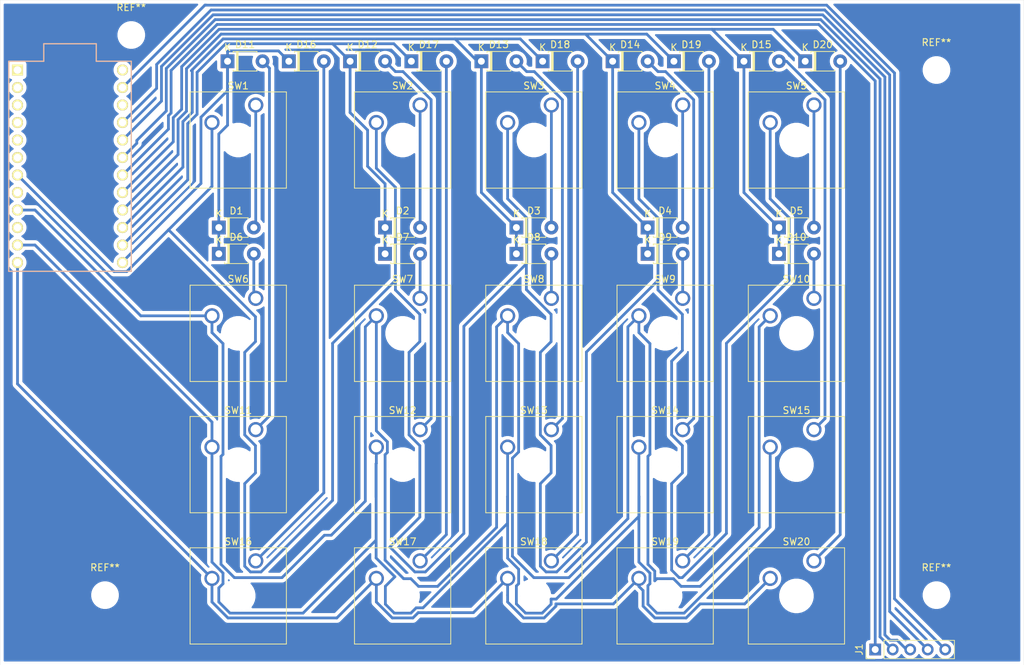
<source format=kicad_pcb>
(kicad_pcb (version 20171130) (host pcbnew "(5.1.9)-1")
  (layers (0 F.Cu signal hide) (31 B.Cu signal) (34 B.Paste user hide) (35 F.Paste user hide) (36 B.SilkS user hide) (37 F.SilkS user) (38 B.Mask user hide) (39 F.Mask user hide) (44 Edge.Cuts user hide))
  (net 0 "")
  (net 1 "Net-(D1-Pad2)")
  (net 2 "Net-(D2-Pad2)")
  (net 3 "Net-(D3-Pad2)")
  (net 4 "Net-(D4-Pad2)")
  (net 5 "Net-(D5-Pad2)")
  (net 6 "Net-(D6-Pad2)")
  (net 7 "Net-(D7-Pad2)")
  (net 8 "Net-(D8-Pad2)")
  (net 9 "Net-(D9-Pad2)")
  (net 10 "Net-(D10-Pad2)")
  (net 11 "Net-(D11-Pad2)")
  (net 12 "Net-(D12-Pad2)")
  (net 13 "Net-(D13-Pad2)")
  (net 14 "Net-(D14-Pad2)")
  (net 15 "Net-(D15-Pad2)")
  (net 16 "Net-(D16-Pad2)")
  (net 17 "Net-(D17-Pad2)")
  (net 18 "Net-(D18-Pad2)")
  (net 19 "Net-(D19-Pad2)")
  (net 20 "Net-(D20-Pad2)")
  (net 21 "Net-(U1-Pad8)")
  (net 22 "Net-(J1-Pad1)")
  (net 23 "Net-(J1-Pad2)")
  (net 24 "Net-(J1-Pad3)")
  (net 25 "Net-(J1-Pad4)")
  (net 26 "Net-(J1-Pad5)")
  (net 27 "Net-(U1-Pad1)")
  (net 28 "Net-(U1-Pad2)")
  (net 29 "Net-(U1-Pad3)")
  (net 30 "Net-(U1-Pad4)")
  (net 31 "Net-(U1-Pad22)")
  (net 32 "Net-(U1-Pad24)")
  (net 33 /in1)
  (net 34 /in2)
  (net 35 /in3)
  (net 36 /in4)
  (net 37 /in5)
  (net 38 /out1)
  (net 39 /out2)
  (net 40 /out3)
  (net 41 /out4)
  (net 42 "Net-(U1-Pad6)")
  (net 43 "Net-(U1-Pad5)")
  (net 44 "Net-(U1-Pad10)")
  (module Button_Switch_Keyboard:SW_Cherry_MX_1.50u_Plate (layer F.Cu) (at 98.07 59.69)
    (fp_text reference SW1 (at -2.54 -2.794) (layer F.SilkS))
    (fp_text value SW_DIP_x01)
    (pad 1 thru_hole circle (at 0 0) (size 2.2 2.2) (drill 1.5) (layers *.Cu *.Mask) (net 1 "Net-(D1-Pad2)"))
    (pad 2 thru_hole circle (at -6.35 2.54) (size 2.2 2.2) (drill 1.5) (layers *.Cu *.Mask) (net 38 /out1))
    (pad "" np_thru_hole circle (at -2.54 5.08) (size 4 4) (drill 4) (layers *.Cu *.Mask))
  )
  (module Button_Switch_Keyboard:SW_Cherry_MX_1.00u_Plate (layer F.Cu) (at 179.07 59.69)
    (fp_text reference SW5 (at -2.54 -2.794) (layer F.SilkS))
    (fp_text value SW_DIP_x01)
    (pad "" np_thru_hole circle (at -2.54 5.08) (size 4 4) (drill 4) (layers *.Cu *.Mask))
    (pad 2 thru_hole circle (at -6.35 2.54) (size 2.2 2.2) (drill 1.5) (layers *.Cu *.Mask) (net 38 /out1))
    (pad 1 thru_hole circle (at 0 0) (size 2.2 2.2) (drill 1.5) (layers *.Cu *.Mask) (net 5 "Net-(D5-Pad2)"))
  )
  (module Button_Switch_Keyboard:SW_Cherry_MX_1.00u_Plate (layer F.Cu) (at 140.97 125.84)
    (fp_text reference SW18 (at -2.54 -2.794) (layer F.SilkS))
    (fp_text value SW_DIP_x01)
    (pad "" np_thru_hole circle (at -2.54 5.08) (size 4 4) (drill 4) (layers *.Cu *.Mask))
    (pad 2 thru_hole circle (at -6.35 2.54) (size 2.2 2.2) (drill 1.5) (layers *.Cu *.Mask) (net 41 /out4))
    (pad 1 thru_hole circle (at 0 0) (size 2.2 2.2) (drill 1.5) (layers *.Cu *.Mask) (net 18 "Net-(D18-Pad2)"))
  )
  (module Button_Switch_Keyboard:SW_Cherry_MX_1.00u_Plate (layer F.Cu) (at 121.92 125.84)
    (fp_text reference SW17 (at -2.54 -2.794) (layer F.SilkS))
    (fp_text value SW_DIP_x01)
    (pad "" np_thru_hole circle (at -2.54 5.08) (size 4 4) (drill 4) (layers *.Cu *.Mask))
    (pad 2 thru_hole circle (at -6.35 2.54) (size 2.2 2.2) (drill 1.5) (layers *.Cu *.Mask) (net 41 /out4))
    (pad 1 thru_hole circle (at 0 0) (size 2.2 2.2) (drill 1.5) (layers *.Cu *.Mask) (net 17 "Net-(D17-Pad2)"))
  )
  (module promicro:ProMicro (layer F.Cu) (at 71.12 68.58 270)
    (fp_text reference U1 hide)
    (fp_text value ProMicro)
    (pad 24 thru_hole circle (at -13.97 -7.62 270) (size 1.6 1.6) (drill 1.1) (layers *.Cu *.Mask F.SilkS) (net 32 "Net-(U1-Pad24)"))
    (pad 23 thru_hole circle (at -11.43 -7.62 270) (size 1.6 1.6) (drill 1.1) (layers *.Cu *.Mask F.SilkS) (net 26 "Net-(J1-Pad5)"))
    (pad 22 thru_hole circle (at -8.89 -7.62 270) (size 1.6 1.6) (drill 1.1) (layers *.Cu *.Mask F.SilkS) (net 31 "Net-(U1-Pad22)"))
    (pad 21 thru_hole circle (at -6.35 -7.62 270) (size 1.6 1.6) (drill 1.1) (layers *.Cu *.Mask F.SilkS) (net 25 "Net-(J1-Pad4)"))
    (pad 20 thru_hole circle (at -3.81 -7.62 270) (size 1.6 1.6) (drill 1.1) (layers *.Cu *.Mask F.SilkS) (net 24 "Net-(J1-Pad3)"))
    (pad 19 thru_hole circle (at -1.27 -7.62 270) (size 1.6 1.6) (drill 1.1) (layers *.Cu *.Mask F.SilkS) (net 23 "Net-(J1-Pad2)"))
    (pad 18 thru_hole circle (at 1.27 -7.62 270) (size 1.6 1.6) (drill 1.1) (layers *.Cu *.Mask F.SilkS) (net 22 "Net-(J1-Pad1)"))
    (pad 17 thru_hole circle (at 3.81 -7.62 270) (size 1.6 1.6) (drill 1.1) (layers *.Cu *.Mask F.SilkS) (net 37 /in5))
    (pad 16 thru_hole circle (at 6.35 -7.62 270) (size 1.6 1.6) (drill 1.1) (layers *.Cu *.Mask F.SilkS) (net 36 /in4))
    (pad 15 thru_hole circle (at 8.89 -7.62 270) (size 1.6 1.6) (drill 1.1) (layers *.Cu *.Mask F.SilkS) (net 35 /in3))
    (pad 14 thru_hole circle (at 11.43 -7.62 270) (size 1.6 1.6) (drill 1.1) (layers *.Cu *.Mask F.SilkS) (net 34 /in2))
    (pad 13 thru_hole circle (at 13.97 -7.62 270) (size 1.6 1.6) (drill 1.1) (layers *.Cu *.Mask F.SilkS) (net 33 /in1))
    (pad 12 thru_hole circle (at 13.97 7.62 270) (size 1.6 1.6) (drill 1.1) (layers *.Cu *.Mask F.SilkS) (net 41 /out4))
    (pad 11 thru_hole circle (at 11.43 7.62 270) (size 1.6 1.6) (drill 1.1) (layers *.Cu *.Mask F.SilkS) (net 40 /out3))
    (pad 10 thru_hole circle (at 8.89 7.62 270) (size 1.6 1.6) (drill 1.1) (layers *.Cu *.Mask F.SilkS) (net 44 "Net-(U1-Pad10)"))
    (pad 9 thru_hole circle (at 6.35 7.62 270) (size 1.6 1.6) (drill 1.1) (layers *.Cu *.Mask F.SilkS) (net 39 /out2))
    (pad 8 thru_hole circle (at 3.81 7.62 270) (size 1.6 1.6) (drill 1.1) (layers *.Cu *.Mask F.SilkS) (net 21 "Net-(U1-Pad8)"))
    (pad 7 thru_hole circle (at 1.27 7.62 270) (size 1.6 1.6) (drill 1.1) (layers *.Cu *.Mask F.SilkS) (net 38 /out1))
    (pad 6 thru_hole circle (at -1.27 7.62 270) (size 1.6 1.6) (drill 1.1) (layers *.Cu *.Mask F.SilkS) (net 42 "Net-(U1-Pad6)"))
    (pad 5 thru_hole circle (at -3.81 7.62 270) (size 1.6 1.6) (drill 1.1) (layers *.Cu *.Mask F.SilkS) (net 43 "Net-(U1-Pad5)"))
    (pad 4 thru_hole circle (at -6.35 7.62 270) (size 1.6 1.6) (drill 1.1) (layers *.Cu *.Mask F.SilkS) (net 30 "Net-(U1-Pad4)"))
    (pad 3 thru_hole circle (at -8.89 7.62 270) (size 1.6 1.6) (drill 1.1) (layers *.Cu *.Mask F.SilkS) (net 29 "Net-(U1-Pad3)"))
    (pad 2 thru_hole circle (at -11.43 7.62 270) (size 1.6 1.6) (drill 1.1) (layers *.Cu *.Mask F.SilkS) (net 28 "Net-(U1-Pad2)"))
    (pad 1 thru_hole rect (at -13.97 7.62 270) (size 1.6 1.6) (drill 1.1) (layers *.Cu *.Mask F.SilkS) (net 27 "Net-(U1-Pad1)"))
  )
  (module Button_Switch_Keyboard:SW_Cherry_MX_1.00u_Plate (layer F.Cu) (at 121.92 87.74)
    (fp_text reference SW7 (at -2.54 -2.794) (layer F.SilkS))
    (fp_text value SW_DIP_x01)
    (pad 1 thru_hole circle (at 0 0) (size 2.2 2.2) (drill 1.5) (layers *.Cu *.Mask) (net 7 "Net-(D7-Pad2)"))
    (pad 2 thru_hole circle (at -6.35 2.54) (size 2.2 2.2) (drill 1.5) (layers *.Cu *.Mask) (net 39 /out2))
    (pad "" np_thru_hole circle (at -2.54 5.08) (size 4 4) (drill 4) (layers *.Cu *.Mask))
  )
  (module Button_Switch_Keyboard:SW_Cherry_MX_1.00u_Plate (layer F.Cu) (at 160.02 125.84)
    (fp_text reference SW19 (at -2.54 -2.794) (layer F.SilkS))
    (fp_text value SW_DIP_x01)
    (pad "" np_thru_hole circle (at -2.54 5.08) (size 4 4) (drill 4) (layers *.Cu *.Mask))
    (pad 2 thru_hole circle (at -6.35 2.54) (size 2.2 2.2) (drill 1.5) (layers *.Cu *.Mask) (net 41 /out4))
    (pad 1 thru_hole circle (at 0 0) (size 2.2 2.2) (drill 1.5) (layers *.Cu *.Mask) (net 19 "Net-(D19-Pad2)"))
  )
  (module Button_Switch_Keyboard:SW_Cherry_MX_1.00u_Plate (layer F.Cu) (at 121.92 59.69)
    (fp_text reference SW2 (at -2.54 -2.794) (layer F.SilkS))
    (fp_text value SW_DIP_x01)
    (pad "" np_thru_hole circle (at -2.54 5.08) (size 4 4) (drill 4) (layers *.Cu *.Mask))
    (pad 2 thru_hole circle (at -6.35 2.54) (size 2.2 2.2) (drill 1.5) (layers *.Cu *.Mask) (net 38 /out1))
    (pad 1 thru_hole circle (at 0 0) (size 2.2 2.2) (drill 1.5) (layers *.Cu *.Mask) (net 2 "Net-(D2-Pad2)"))
  )
  (module Diode_THT:D_T-1_P5.08mm_Horizontal (layer F.Cu) (at 92.71 81.28)
    (fp_text reference D6 (at 2.54 -2.42) (layer F.SilkS))
    (fp_text value DIODE)
    (fp_text user K (at 0 -2) (layer F.SilkS))
    (pad 2 thru_hole oval (at 5.08 0) (size 2 2) (drill 1) (layers *.Cu *.Mask) (net 6 "Net-(D6-Pad2)"))
    (pad 1 thru_hole rect (at 0 0) (size 2 2) (drill 1) (layers *.Cu *.Mask) (net 33 /in1))
  )
  (module Button_Switch_Keyboard:SW_Cherry_MX_1.00u_Plate (layer F.Cu) (at 160.02 59.69)
    (fp_text reference SW4 (at -2.54 -2.794) (layer F.SilkS))
    (fp_text value SW_DIP_x01)
    (pad "" np_thru_hole circle (at -2.54 5.08) (size 4 4) (drill 4) (layers *.Cu *.Mask))
    (pad 2 thru_hole circle (at -6.35 2.54) (size 2.2 2.2) (drill 1.5) (layers *.Cu *.Mask) (net 38 /out1))
    (pad 1 thru_hole circle (at 0 0) (size 2.2 2.2) (drill 1.5) (layers *.Cu *.Mask) (net 4 "Net-(D4-Pad2)"))
  )
  (module Diode_THT:D_T-1_P5.08mm_Horizontal (layer F.Cu) (at 149.86 53.34)
    (fp_text reference D14 (at 2.54 -2.42) (layer F.SilkS))
    (fp_text value DIODE)
    (fp_text user K (at 0 -2) (layer F.SilkS))
    (pad 2 thru_hole oval (at 5.08 0) (size 2 2) (drill 1) (layers *.Cu *.Mask) (net 14 "Net-(D14-Pad2)"))
    (pad 1 thru_hole rect (at 0 0) (size 2 2) (drill 1) (layers *.Cu *.Mask) (net 36 /in4))
  )
  (module Button_Switch_Keyboard:SW_Cherry_MX_1.00u_Plate (layer F.Cu) (at 160.02 106.79)
    (fp_text reference SW14 (at -2.54 -2.794) (layer F.SilkS))
    (fp_text value SW_DIP_x01)
    (pad "" np_thru_hole circle (at -2.54 5.08) (size 4 4) (drill 4) (layers *.Cu *.Mask))
    (pad 2 thru_hole circle (at -6.35 2.54) (size 2.2 2.2) (drill 1.5) (layers *.Cu *.Mask) (net 40 /out3))
    (pad 1 thru_hole circle (at 0 0) (size 2.2 2.2) (drill 1.5) (layers *.Cu *.Mask) (net 14 "Net-(D14-Pad2)"))
  )
  (module MountingHole:MountingHole_3mm (layer F.Cu) (at 80.01 49.53)
    (fp_text reference REF** (at 0 -4) (layer F.SilkS))
    (fp_text value MountingHole_3mm)
    (pad 1 np_thru_hole circle (at 0 0) (size 3 3) (drill 3) (layers *.Cu *.Mask))
  )
  (module "" (layer F.Cu) (at 60.96 110.49)
    (fp_text reference "" (at 160.02 116.84) (layer F.SilkS) (effects (font (size 1.27 1.27))))
    (fp_text value "" (at 160.02 116.84) (layer F.SilkS) (effects (font (size 1.27 1.27))))
  )
  (module MountingHole:MountingHole_3mm (layer F.Cu) (at 196.85 54.61)
    (fp_text reference REF** (at 0 -4) (layer F.SilkS))
    (fp_text value MountingHole_3mm)
    (pad 1 np_thru_hole circle (at 0 0) (size 3 3) (drill 3) (layers *.Cu *.Mask))
  )
  (module MountingHole:MountingHole_3mm (layer F.Cu) (at 196.85 130.81)
    (fp_text reference REF** (at 0 -4) (layer F.SilkS))
    (fp_text value MountingHole_3mm)
    (pad 1 np_thru_hole circle (at 0 0) (size 3 3) (drill 3) (layers *.Cu *.Mask))
  )
  (module MountingHole:MountingHole_3mm (layer F.Cu) (at 76.2 130.81)
    (fp_text reference REF** (at 0 -4) (layer F.SilkS))
    (fp_text value MountingHole_3mm)
    (pad 1 np_thru_hole circle (at 0 0) (size 3 3) (drill 3) (layers *.Cu *.Mask))
  )
  (module Diode_THT:D_T-1_P5.08mm_Horizontal (layer F.Cu) (at 177.8 53.34)
    (fp_text reference D20 (at 2.54 -2.42) (layer F.SilkS))
    (fp_text value DIODE)
    (fp_text user K (at 0 -2) (layer F.SilkS))
    (pad 2 thru_hole oval (at 5.08 0) (size 2 2) (drill 1) (layers *.Cu *.Mask) (net 20 "Net-(D20-Pad2)"))
    (pad 1 thru_hole rect (at 0 0) (size 2 2) (drill 1) (layers *.Cu *.Mask) (net 37 /in5))
  )
  (module Diode_THT:D_T-1_P5.08mm_Horizontal (layer F.Cu) (at 158.75 53.34)
    (fp_text reference D19 (at 2.54 -2.42) (layer F.SilkS))
    (fp_text value DIODE)
    (fp_text user K (at 0 -2) (layer F.SilkS))
    (pad 2 thru_hole oval (at 5.08 0) (size 2 2) (drill 1) (layers *.Cu *.Mask) (net 19 "Net-(D19-Pad2)"))
    (pad 1 thru_hole rect (at 0 0) (size 2 2) (drill 1) (layers *.Cu *.Mask) (net 36 /in4))
  )
  (module Diode_THT:D_T-1_P5.08mm_Horizontal (layer F.Cu) (at 139.7 53.34)
    (fp_text reference D18 (at 2.54 -2.42) (layer F.SilkS))
    (fp_text value DIODE)
    (fp_text user K (at 0 -2) (layer F.SilkS))
    (pad 2 thru_hole oval (at 5.08 0) (size 2 2) (drill 1) (layers *.Cu *.Mask) (net 18 "Net-(D18-Pad2)"))
    (pad 1 thru_hole rect (at 0 0) (size 2 2) (drill 1) (layers *.Cu *.Mask) (net 35 /in3))
  )
  (module Diode_THT:D_T-1_P5.08mm_Horizontal (layer F.Cu) (at 120.65 53.34)
    (fp_text reference D17 (at 2.54 -2.42) (layer F.SilkS))
    (fp_text value DIODE)
    (fp_text user K (at 0 -2) (layer F.SilkS))
    (pad 2 thru_hole oval (at 5.08 0) (size 2 2) (drill 1) (layers *.Cu *.Mask) (net 17 "Net-(D17-Pad2)"))
    (pad 1 thru_hole rect (at 0 0) (size 2 2) (drill 1) (layers *.Cu *.Mask) (net 34 /in2))
  )
  (module Diode_THT:D_T-1_P5.08mm_Horizontal (layer F.Cu) (at 102.87 53.34)
    (fp_text reference D16 (at 2.54 -2.42) (layer F.SilkS))
    (fp_text value DIODE)
    (fp_text user K (at 0 -2) (layer F.SilkS))
    (pad 2 thru_hole oval (at 5.08 0) (size 2 2) (drill 1) (layers *.Cu *.Mask) (net 16 "Net-(D16-Pad2)"))
    (pad 1 thru_hole rect (at 0 0) (size 2 2) (drill 1) (layers *.Cu *.Mask) (net 33 /in1))
  )
  (module Diode_THT:D_T-1_P5.08mm_Horizontal (layer F.Cu) (at 168.91 53.34)
    (fp_text reference D15 (at 2.54 -2.42) (layer F.SilkS))
    (fp_text value DIODE)
    (fp_text user K (at 0 -2) (layer F.SilkS))
    (pad 2 thru_hole oval (at 5.08 0) (size 2 2) (drill 1) (layers *.Cu *.Mask) (net 15 "Net-(D15-Pad2)"))
    (pad 1 thru_hole rect (at 0 0) (size 2 2) (drill 1) (layers *.Cu *.Mask) (net 37 /in5))
  )
  (module Diode_THT:D_T-1_P5.08mm_Horizontal (layer F.Cu) (at 130.81 53.34)
    (fp_text reference D13 (at 2.54 -2.42) (layer F.SilkS))
    (fp_text value DIODE)
    (fp_text user K (at 0 -2) (layer F.SilkS))
    (pad 2 thru_hole oval (at 5.08 0) (size 2 2) (drill 1) (layers *.Cu *.Mask) (net 13 "Net-(D13-Pad2)"))
    (pad 1 thru_hole rect (at 0 0) (size 2 2) (drill 1) (layers *.Cu *.Mask) (net 35 /in3))
  )
  (module Diode_THT:D_T-1_P5.08mm_Horizontal (layer F.Cu) (at 111.76 53.34)
    (fp_text reference D12 (at 2.54 -2.42) (layer F.SilkS))
    (fp_text value DIODE)
    (fp_text user K (at 0 -2) (layer F.SilkS))
    (pad 2 thru_hole oval (at 5.08 0) (size 2 2) (drill 1) (layers *.Cu *.Mask) (net 12 "Net-(D12-Pad2)"))
    (pad 1 thru_hole rect (at 0 0) (size 2 2) (drill 1) (layers *.Cu *.Mask) (net 34 /in2))
  )
  (module Diode_THT:D_T-1_P5.08mm_Horizontal (layer F.Cu) (at 93.98 53.34)
    (fp_text reference D11 (at 2.54 -2.42) (layer F.SilkS))
    (fp_text value DIODE)
    (fp_text user K (at 0 -2) (layer F.SilkS))
    (pad 2 thru_hole oval (at 5.08 0) (size 2 2) (drill 1) (layers *.Cu *.Mask) (net 11 "Net-(D11-Pad2)"))
    (pad 1 thru_hole rect (at 0 0) (size 2 2) (drill 1) (layers *.Cu *.Mask) (net 33 /in1))
  )
  (module Diode_THT:D_T-1_P5.08mm_Horizontal (layer F.Cu) (at 173.99 81.28)
    (fp_text reference D10 (at 2.54 -2.42) (layer F.SilkS))
    (fp_text value DIODE)
    (fp_text user K (at 0 -2) (layer F.SilkS))
    (pad 1 thru_hole rect (at 0 0) (size 2 2) (drill 1) (layers *.Cu *.Mask) (net 37 /in5))
    (pad 2 thru_hole oval (at 5.08 0) (size 2 2) (drill 1) (layers *.Cu *.Mask) (net 10 "Net-(D10-Pad2)"))
  )
  (module Diode_THT:D_T-1_P5.08mm_Horizontal (layer F.Cu) (at 154.94 81.28)
    (fp_text reference D9 (at 2.54 -2.42) (layer F.SilkS))
    (fp_text value DIODE)
    (fp_text user K (at 0 -2) (layer F.SilkS))
    (pad 2 thru_hole oval (at 5.08 0) (size 2 2) (drill 1) (layers *.Cu *.Mask) (net 9 "Net-(D9-Pad2)"))
    (pad 1 thru_hole rect (at 0 0) (size 2 2) (drill 1) (layers *.Cu *.Mask) (net 36 /in4))
  )
  (module Diode_THT:D_T-1_P5.08mm_Horizontal (layer F.Cu) (at 135.89 81.28)
    (fp_text reference D8 (at 2.54 -2.42) (layer F.SilkS))
    (fp_text value DIODE)
    (fp_text user K (at 0 -2) (layer F.SilkS))
    (pad 2 thru_hole oval (at 5.08 0) (size 2 2) (drill 1) (layers *.Cu *.Mask) (net 8 "Net-(D8-Pad2)"))
    (pad 1 thru_hole rect (at 0 0) (size 2 2) (drill 1) (layers *.Cu *.Mask) (net 35 /in3))
  )
  (module Diode_THT:D_T-1_P5.08mm_Horizontal (layer F.Cu) (at 116.84 81.28)
    (fp_text reference D7 (at 2.54 -2.42) (layer F.SilkS))
    (fp_text value DIODE)
    (fp_text user K (at 0 -2) (layer F.SilkS))
    (pad 2 thru_hole oval (at 5.08 0) (size 2 2) (drill 1) (layers *.Cu *.Mask) (net 7 "Net-(D7-Pad2)"))
    (pad 1 thru_hole rect (at 0 0) (size 2 2) (drill 1) (layers *.Cu *.Mask) (net 34 /in2))
  )
  (module Diode_THT:D_T-1_P5.08mm_Horizontal (layer F.Cu) (at 173.99 77.47)
    (fp_text reference D5 (at 2.54 -2.42) (layer F.SilkS))
    (fp_text value DIODE)
    (fp_text user K (at 0 -2) (layer F.SilkS))
    (pad 2 thru_hole oval (at 5.08 0) (size 2 2) (drill 1) (layers *.Cu *.Mask) (net 5 "Net-(D5-Pad2)"))
    (pad 1 thru_hole rect (at 0 0) (size 2 2) (drill 1) (layers *.Cu *.Mask) (net 37 /in5))
  )
  (module Diode_THT:D_T-1_P5.08mm_Horizontal (layer F.Cu) (at 154.94 77.47)
    (fp_text reference D4 (at 2.54 -2.42) (layer F.SilkS))
    (fp_text value DIODE)
    (fp_text user K (at 0 -2) (layer F.SilkS))
    (pad 1 thru_hole rect (at 0 0) (size 2 2) (drill 1) (layers *.Cu *.Mask) (net 36 /in4))
    (pad 2 thru_hole oval (at 5.08 0) (size 2 2) (drill 1) (layers *.Cu *.Mask) (net 4 "Net-(D4-Pad2)"))
  )
  (module Diode_THT:D_T-1_P5.08mm_Horizontal (layer F.Cu) (at 135.89 77.47)
    (fp_text reference D3 (at 2.54 -2.42) (layer F.SilkS))
    (fp_text value DIODE)
    (fp_text user K (at 0 -2) (layer F.SilkS))
    (pad 1 thru_hole rect (at 0 0) (size 2 2) (drill 1) (layers *.Cu *.Mask) (net 35 /in3))
    (pad 2 thru_hole oval (at 5.08 0) (size 2 2) (drill 1) (layers *.Cu *.Mask) (net 3 "Net-(D3-Pad2)"))
  )
  (module Diode_THT:D_T-1_P5.08mm_Horizontal (layer F.Cu) (at 116.84 77.47)
    (fp_text reference D2 (at 2.54 -2.42) (layer F.SilkS))
    (fp_text value DIODE)
    (fp_text user K (at 0 -2) (layer F.SilkS))
    (pad 1 thru_hole rect (at 0 0) (size 2 2) (drill 1) (layers *.Cu *.Mask) (net 34 /in2))
    (pad 2 thru_hole oval (at 5.08 0) (size 2 2) (drill 1) (layers *.Cu *.Mask) (net 2 "Net-(D2-Pad2)"))
  )
  (module Diode_THT:D_T-1_P5.08mm_Horizontal (layer F.Cu) (at 92.71 77.47)
    (fp_text reference D1 (at 2.54 -2.42) (layer F.SilkS))
    (fp_text value DIODE)
    (fp_text user K (at 0 -2) (layer F.SilkS))
    (pad 1 thru_hole rect (at 0 0) (size 2 2) (drill 1) (layers *.Cu *.Mask) (net 33 /in1))
    (pad 2 thru_hole oval (at 5.08 0) (size 2 2) (drill 1) (layers *.Cu *.Mask) (net 1 "Net-(D1-Pad2)"))
  )
  (module Button_Switch_Keyboard:SW_Cherry_MX_1.00u_Plate (layer F.Cu) (at 179.07 125.84)
    (fp_text reference SW20 (at -2.54 -2.794) (layer F.SilkS))
    (fp_text value SW_DIP_x01)
    (pad "" np_thru_hole circle (at -2.54 5.08) (size 4 4) (drill 4) (layers *.Cu *.Mask))
    (pad 2 thru_hole circle (at -6.35 2.54) (size 2.2 2.2) (drill 1.5) (layers *.Cu *.Mask) (net 41 /out4))
    (pad 1 thru_hole circle (at 0 0) (size 2.2 2.2) (drill 1.5) (layers *.Cu *.Mask) (net 20 "Net-(D20-Pad2)"))
  )
  (module Button_Switch_Keyboard:SW_Cherry_MX_1.00u_Plate (layer F.Cu) (at 179.07 106.79)
    (fp_text reference SW15 (at -2.54 -2.794) (layer F.SilkS))
    (fp_text value SW_DIP_x01)
    (pad "" np_thru_hole circle (at -2.54 5.08) (size 4 4) (drill 4) (layers *.Cu *.Mask))
    (pad 2 thru_hole circle (at -6.35 2.54) (size 2.2 2.2) (drill 1.5) (layers *.Cu *.Mask) (net 40 /out3))
    (pad 1 thru_hole circle (at 0 0) (size 2.2 2.2) (drill 1.5) (layers *.Cu *.Mask) (net 15 "Net-(D15-Pad2)"))
  )
  (module Button_Switch_Keyboard:SW_Cherry_MX_1.00u_Plate (layer F.Cu) (at 140.97 106.79)
    (fp_text reference SW13 (at -2.54 -2.794) (layer F.SilkS))
    (fp_text value SW_DIP_x01)
    (pad "" np_thru_hole circle (at -2.54 5.08) (size 4 4) (drill 4) (layers *.Cu *.Mask))
    (pad 2 thru_hole circle (at -6.35 2.54) (size 2.2 2.2) (drill 1.5) (layers *.Cu *.Mask) (net 40 /out3))
    (pad 1 thru_hole circle (at 0 0) (size 2.2 2.2) (drill 1.5) (layers *.Cu *.Mask) (net 13 "Net-(D13-Pad2)"))
  )
  (module Button_Switch_Keyboard:SW_Cherry_MX_1.00u_Plate (layer F.Cu) (at 121.92 106.79)
    (fp_text reference SW12 (at -2.54 -2.794) (layer F.SilkS))
    (fp_text value SW_DIP_x01)
    (pad "" np_thru_hole circle (at -2.54 5.08) (size 4 4) (drill 4) (layers *.Cu *.Mask))
    (pad 2 thru_hole circle (at -6.35 2.54) (size 2.2 2.2) (drill 1.5) (layers *.Cu *.Mask) (net 40 /out3))
    (pad 1 thru_hole circle (at 0 0) (size 2.2 2.2) (drill 1.5) (layers *.Cu *.Mask) (net 12 "Net-(D12-Pad2)"))
  )
  (module Button_Switch_Keyboard:SW_Cherry_MX_1.00u_Plate (layer F.Cu) (at 179.07 87.74)
    (fp_text reference SW10 (at -2.54 -2.794) (layer F.SilkS))
    (fp_text value SW_DIP_x01)
    (pad "" np_thru_hole circle (at -2.54 5.08) (size 4 4) (drill 4) (layers *.Cu *.Mask))
    (pad 2 thru_hole circle (at -6.35 2.54) (size 2.2 2.2) (drill 1.5) (layers *.Cu *.Mask) (net 39 /out2))
    (pad 1 thru_hole circle (at 0 0) (size 2.2 2.2) (drill 1.5) (layers *.Cu *.Mask) (net 10 "Net-(D10-Pad2)"))
  )
  (module Button_Switch_Keyboard:SW_Cherry_MX_1.00u_Plate (layer F.Cu) (at 160.02 87.74)
    (fp_text reference SW9 (at -2.54 -2.794) (layer F.SilkS))
    (fp_text value SW_DIP_x01)
    (pad "" np_thru_hole circle (at -2.54 5.08) (size 4 4) (drill 4) (layers *.Cu *.Mask))
    (pad 2 thru_hole circle (at -6.35 2.54) (size 2.2 2.2) (drill 1.5) (layers *.Cu *.Mask) (net 39 /out2))
    (pad 1 thru_hole circle (at 0 0) (size 2.2 2.2) (drill 1.5) (layers *.Cu *.Mask) (net 9 "Net-(D9-Pad2)"))
  )
  (module Button_Switch_Keyboard:SW_Cherry_MX_1.00u_Plate (layer F.Cu) (at 140.97 87.74)
    (fp_text reference SW8 (at -2.54 -2.794) (layer F.SilkS))
    (fp_text value SW_DIP_x01)
    (pad 1 thru_hole circle (at 0 0) (size 2.2 2.2) (drill 1.5) (layers *.Cu *.Mask) (net 8 "Net-(D8-Pad2)"))
    (pad 2 thru_hole circle (at -6.35 2.54) (size 2.2 2.2) (drill 1.5) (layers *.Cu *.Mask) (net 39 /out2))
    (pad "" np_thru_hole circle (at -2.54 5.08) (size 4 4) (drill 4) (layers *.Cu *.Mask))
  )
  (module Button_Switch_Keyboard:SW_Cherry_MX_1.00u_Plate (layer F.Cu) (at 140.97 59.69)
    (fp_text reference SW3 (at -2.54 -2.794) (layer F.SilkS))
    (fp_text value SW_DIP_x01)
    (pad "" np_thru_hole circle (at -2.54 5.08) (size 4 4) (drill 4) (layers *.Cu *.Mask))
    (pad 2 thru_hole circle (at -6.35 2.54) (size 2.2 2.2) (drill 1.5) (layers *.Cu *.Mask) (net 38 /out1))
    (pad 1 thru_hole circle (at 0 0) (size 2.2 2.2) (drill 1.5) (layers *.Cu *.Mask) (net 3 "Net-(D3-Pad2)"))
  )
  (module Connector_PinHeader_2.54mm:PinHeader_1x05_P2.54mm_Vertical (layer F.Cu) (at 187.96 138.7 90)
    (fp_text reference J1 (at 0 -2.33 90) (layer F.SilkS))
    (fp_text value Conn_01x05_Male)
    (pad 1 thru_hole rect (at 0 0 90) (size 1.7 1.7) (drill 1) (layers *.Cu *.Mask) (net 22 "Net-(J1-Pad1)"))
    (pad 2 thru_hole oval (at 0 2.54 90) (size 1.7 1.7) (drill 1) (layers *.Cu *.Mask) (net 23 "Net-(J1-Pad2)"))
    (pad 3 thru_hole oval (at 0 5.08 90) (size 1.7 1.7) (drill 1) (layers *.Cu *.Mask) (net 24 "Net-(J1-Pad3)"))
    (pad 4 thru_hole oval (at 0 7.62 90) (size 1.7 1.7) (drill 1) (layers *.Cu *.Mask) (net 25 "Net-(J1-Pad4)"))
    (pad 5 thru_hole oval (at 0 10.16 90) (size 1.7 1.7) (drill 1) (layers *.Cu *.Mask) (net 26 "Net-(J1-Pad5)"))
  )
  (module Button_Switch_Keyboard:SW_Cherry_MX_1.50u_Plate (layer F.Cu) (at 98.07 87.74)
    (fp_text reference SW6 (at -2.54 -2.794) (layer F.SilkS))
    (fp_text value SW_DIP_x01)
    (pad "" np_thru_hole circle (at -2.54 5.08) (size 4 4) (drill 4) (layers *.Cu *.Mask))
    (pad 2 thru_hole circle (at -6.35 2.54) (size 2.2 2.2) (drill 1.5) (layers *.Cu *.Mask) (net 39 /out2))
    (pad 1 thru_hole circle (at 0 0) (size 2.2 2.2) (drill 1.5) (layers *.Cu *.Mask) (net 6 "Net-(D6-Pad2)"))
  )
  (module Button_Switch_Keyboard:SW_Cherry_MX_1.50u_Plate (layer F.Cu) (at 98.07 106.79)
    (fp_text reference SW11 (at -2.54 -2.794) (layer F.SilkS))
    (fp_text value SW_DIP_x01)
    (pad 1 thru_hole circle (at 0 0) (size 2.2 2.2) (drill 1.5) (layers *.Cu *.Mask) (net 11 "Net-(D11-Pad2)"))
    (pad 2 thru_hole circle (at -6.35 2.54) (size 2.2 2.2) (drill 1.5) (layers *.Cu *.Mask) (net 40 /out3))
    (pad "" np_thru_hole circle (at -2.54 5.08) (size 4 4) (drill 4) (layers *.Cu *.Mask))
  )
  (module Button_Switch_Keyboard:SW_Cherry_MX_1.50u_Plate (layer F.Cu) (at 98.07 125.84)
    (fp_text reference SW16 (at -2.54 -2.794) (layer F.SilkS))
    (fp_text value SW_DIP_x01)
    (pad "" np_thru_hole circle (at -2.54 5.08) (size 4 4) (drill 4) (layers *.Cu *.Mask))
    (pad 2 thru_hole circle (at -6.35 2.54) (size 2.2 2.2) (drill 1.5) (layers *.Cu *.Mask) (net 41 /out4))
    (pad 1 thru_hole circle (at 0 0) (size 2.2 2.2) (drill 1.5) (layers *.Cu *.Mask) (net 16 "Net-(D16-Pad2)"))
  )
  (gr_line (start 209.55 140.97) (end 209.55 44.45) (layer Edge.Cuts) (width 0.05))
  (gr_line (start 60.96 44.45) (end 209.55 44.45) (layer Edge.Cuts) (width 0.05))
  (gr_line (start 60.96 140.97) (end 60.96 44.45) (layer Edge.Cuts) (width 0.05))
  (gr_line (start 209.55 140.97) (end 60.96 140.97) (layer Edge.Cuts) (width 0.05))
  (segment (start 98.07 77.19) (end 97.79 77.47) (width 0.4) (layer B.Cu) (net 1))
  (segment (start 98.07 59.69) (end 98.07 77.19) (width 0.4) (layer B.Cu) (net 1))
  (segment (start 121.92 77.47) (end 121.92 59.69) (width 0.4) (layer B.Cu) (net 2))
  (segment (start 140.97 59.69) (end 140.97 77.47) (width 0.4) (layer B.Cu) (net 3))
  (segment (start 160.02 59.69) (end 160.02 77.47) (width 0.4) (layer B.Cu) (net 4))
  (segment (start 179.07 59.69) (end 179.07 77.47) (width 0.4) (layer B.Cu) (net 5))
  (segment (start 97.79 87.46) (end 98.07 87.74) (width 0.4) (layer B.Cu) (net 6))
  (segment (start 97.79 81.28) (end 97.79 87.46) (width 0.4) (layer B.Cu) (net 6))
  (segment (start 121.92 81.28) (end 121.92 87.74) (width 0.4) (layer B.Cu) (net 7))
  (segment (start 140.97 81.28) (end 140.97 87.74) (width 0.4) (layer B.Cu) (net 8))
  (segment (start 160.02 81.28) (end 160.02 87.74) (width 0.4) (layer B.Cu) (net 9))
  (segment (start 179.07 81.28) (end 179.07 87.74) (width 0.4) (layer B.Cu) (net 10))
  (segment (start 100.059999 104.800001) (end 98.07 106.79) (width 0.4) (layer B.Cu) (net 11))
  (segment (start 100.059999 54.339999) (end 100.059999 104.800001) (width 0.4) (layer B.Cu) (net 11))
  (segment (start 99.06 53.34) (end 100.059999 54.339999) (width 0.4) (layer B.Cu) (net 11))
  (segment (start 123.520001 105.189999) (end 121.92 106.79) (width 0.4) (layer B.Cu) (net 12))
  (segment (start 123.520001 58.921999) (end 123.520001 105.189999) (width 0.4) (layer B.Cu) (net 12))
  (segment (start 119.438003 54.840001) (end 123.520001 58.921999) (width 0.4) (layer B.Cu) (net 12))
  (segment (start 118.340001 54.840001) (end 119.438003 54.840001) (width 0.4) (layer B.Cu) (net 12))
  (segment (start 116.84 53.34) (end 118.340001 54.840001) (width 0.4) (layer B.Cu) (net 12))
  (segment (start 142.570001 105.189999) (end 140.97 106.79) (width 0.4) (layer B.Cu) (net 13))
  (segment (start 142.570001 58.921999) (end 142.570001 105.189999) (width 0.4) (layer B.Cu) (net 13))
  (segment (start 138.488003 54.840001) (end 142.570001 58.921999) (width 0.4) (layer B.Cu) (net 13))
  (segment (start 137.390001 54.840001) (end 138.488003 54.840001) (width 0.4) (layer B.Cu) (net 13))
  (segment (start 135.89 53.34) (end 137.390001 54.840001) (width 0.4) (layer B.Cu) (net 13))
  (segment (start 161.620001 105.189999) (end 160.02 106.79) (width 0.4) (layer B.Cu) (net 14))
  (segment (start 161.620001 58.921999) (end 161.620001 105.189999) (width 0.4) (layer B.Cu) (net 14))
  (segment (start 157.538003 54.840001) (end 161.620001 58.921999) (width 0.4) (layer B.Cu) (net 14))
  (segment (start 156.440001 54.840001) (end 157.538003 54.840001) (width 0.4) (layer B.Cu) (net 14))
  (segment (start 154.94 53.34) (end 156.440001 54.840001) (width 0.4) (layer B.Cu) (net 14))
  (segment (start 175.088002 53.34) (end 173.99 53.34) (width 0.4) (layer B.Cu) (net 15))
  (segment (start 180.670001 58.921999) (end 175.088002 53.34) (width 0.4) (layer B.Cu) (net 15))
  (segment (start 180.670001 105.189999) (end 180.670001 58.921999) (width 0.4) (layer B.Cu) (net 15))
  (segment (start 179.07 106.79) (end 180.670001 105.189999) (width 0.4) (layer B.Cu) (net 15))
  (segment (start 107.95 115.96) (end 98.07 125.84) (width 0.4) (layer B.Cu) (net 16))
  (segment (start 107.95 53.34) (end 107.95 115.96) (width 0.4) (layer B.Cu) (net 16))
  (segment (start 125.73 122.03) (end 121.92 125.84) (width 0.4) (layer B.Cu) (net 17))
  (segment (start 125.73 53.34) (end 125.73 122.03) (width 0.4) (layer B.Cu) (net 17))
  (segment (start 144.78 122.03) (end 140.97 125.84) (width 0.4) (layer B.Cu) (net 18))
  (segment (start 144.78 53.34) (end 144.78 122.03) (width 0.4) (layer B.Cu) (net 18))
  (segment (start 163.83 122.03) (end 160.02 125.84) (width 0.4) (layer B.Cu) (net 19))
  (segment (start 163.83 53.34) (end 163.83 122.03) (width 0.4) (layer B.Cu) (net 19))
  (segment (start 182.88 122.03) (end 179.07 125.84) (width 0.4) (layer B.Cu) (net 20))
  (segment (start 182.88 53.34) (end 182.88 122.03) (width 0.4) (layer B.Cu) (net 20))
  (segment (start 187.96 138.7) (end 187.96 56.199998) (width 0.4) (layer B.Cu) (net 22))
  (segment (start 179.75996 47.999958) (end 180.180001 48.419999) (width 0.4) (layer B.Cu) (net 22))
  (segment (start 92.460191 47.999958) (end 179.75996 47.999958) (width 0.4) (layer B.Cu) (net 22))
  (segment (start 85.790022 54.670127) (end 92.460191 47.999958) (width 0.4) (layer B.Cu) (net 22))
  (segment (start 85.790011 54.670127) (end 85.790022 54.670127) (width 0.4) (layer B.Cu) (net 22))
  (segment (start 187.96 56.199998) (end 180.180001 48.419999) (width 0.4) (layer B.Cu) (net 22))
  (segment (start 85.790022 60.842154) (end 85.790022 54.670127) (width 0.4) (layer B.Cu) (net 22))
  (segment (start 85.399948 61.232226) (end 85.790022 60.842154) (width 0.4) (layer B.Cu) (net 22))
  (segment (start 85.399948 63.190052) (end 85.399948 61.232226) (width 0.4) (layer B.Cu) (net 22))
  (segment (start 78.74 69.85) (end 85.399948 63.190052) (width 0.4) (layer B.Cu) (net 22))
  (segment (start 80.809999 64.832212) (end 80.809999 65.240001) (width 0.4) (layer B.Cu) (net 23))
  (segment (start 85.09 60.552211) (end 80.809999 64.832212) (width 0.4) (layer B.Cu) (net 23))
  (segment (start 85.09 54.380174) (end 85.09 60.552211) (width 0.4) (layer B.Cu) (net 23))
  (segment (start 92.170226 47.299948) (end 85.09 54.380174) (width 0.4) (layer B.Cu) (net 23))
  (segment (start 180.049913 47.299948) (end 92.170226 47.299948) (width 0.4) (layer B.Cu) (net 23))
  (segment (start 188.66001 55.910045) (end 180.049913 47.299948) (width 0.4) (layer B.Cu) (net 23))
  (segment (start 80.809999 65.240001) (end 78.74 67.31) (width 0.4) (layer B.Cu) (net 23))
  (segment (start 188.66001 136.86001) (end 188.66001 55.910045) (width 0.4) (layer B.Cu) (net 23))
  (segment (start 190.5 138.7) (end 188.66001 136.86001) (width 0.4) (layer B.Cu) (net 23))
  (segment (start 191.148001 137.349999) (end 192.498002 138.7) (width 0.4) (layer B.Cu) (net 24))
  (segment (start 190.139961 137.349999) (end 191.148001 137.349999) (width 0.4) (layer B.Cu) (net 24))
  (segment (start 189.36002 55.620092) (end 189.36002 136.570058) (width 0.4) (layer B.Cu) (net 24))
  (segment (start 180.339866 46.599938) (end 189.36002 55.620092) (width 0.4) (layer B.Cu) (net 24))
  (segment (start 91.880273 46.599938) (end 180.339866 46.599938) (width 0.4) (layer B.Cu) (net 24))
  (segment (start 192.498002 138.7) (end 193.04 138.7) (width 0.4) (layer B.Cu) (net 24))
  (segment (start 84.38999 54.090221) (end 91.880273 46.599938) (width 0.4) (layer B.Cu) (net 24))
  (segment (start 189.36002 136.570058) (end 190.139961 137.349999) (width 0.4) (layer B.Cu) (net 24))
  (segment (start 84.38999 59.12001) (end 84.38999 54.090221) (width 0.4) (layer B.Cu) (net 24))
  (segment (start 78.74 64.77) (end 84.38999 59.12001) (width 0.4) (layer B.Cu) (net 24))
  (segment (start 83.689979 57.280021) (end 78.74 62.23) (width 0.4) (layer B.Cu) (net 25))
  (segment (start 83.689979 53.800267) (end 83.689979 57.280021) (width 0.4) (layer B.Cu) (net 25))
  (segment (start 91.590319 45.899927) (end 83.689979 53.800267) (width 0.4) (layer B.Cu) (net 25))
  (segment (start 180.62982 45.899927) (end 91.590319 45.899927) (width 0.4) (layer B.Cu) (net 25))
  (segment (start 190.060031 55.330138) (end 180.62982 45.899927) (width 0.4) (layer B.Cu) (net 25))
  (segment (start 190.060031 133.180031) (end 190.060031 55.330138) (width 0.4) (layer B.Cu) (net 25))
  (segment (start 195.58 138.7) (end 190.060031 133.180031) (width 0.4) (layer B.Cu) (net 25))
  (segment (start 90.919917 45.199917) (end 90.690083 45.199917) (width 0.4) (layer B.Cu) (net 26))
  (segment (start 180.919773 45.199917) (end 90.690083 45.199917) (width 0.4) (layer B.Cu) (net 26))
  (segment (start 190.760041 55.040185) (end 180.919773 45.199917) (width 0.4) (layer B.Cu) (net 26))
  (segment (start 190.760041 131.340041) (end 190.760041 55.040185) (width 0.4) (layer B.Cu) (net 26))
  (segment (start 198.12 138.7) (end 190.760041 131.340041) (width 0.4) (layer B.Cu) (net 26))
  (segment (start 90.690083 45.199917) (end 78.74 57.15) (width 0.4) (layer B.Cu) (net 26))
  (segment (start 92.71 77.47) (end 93.170001 77.009999) (width 0.4) (layer B.Cu) (net 33))
  (segment (start 93.98 62.619998) (end 92.71 63.889998) (width 0.4) (layer B.Cu) (net 33))
  (segment (start 92.71 63.889998) (end 92.71 77.47) (width 0.4) (layer B.Cu) (net 33))
  (segment (start 93.98 53.34) (end 93.98 62.619998) (width 0.4) (layer B.Cu) (net 33))
  (segment (start 92.71 77.47) (end 92.71 81.28) (width 0.4) (layer B.Cu) (net 33))
  (segment (start 101.369999 51.839999) (end 102.87 53.34) (width 0.4) (layer B.Cu) (net 33))
  (segment (start 94.080001 51.839999) (end 101.369999 51.839999) (width 0.4) (layer B.Cu) (net 33))
  (segment (start 93.98 51.94) (end 94.080001 51.839999) (width 0.4) (layer B.Cu) (net 33))
  (segment (start 93.98 53.34) (end 93.98 51.94) (width 0.4) (layer B.Cu) (net 33))
  (segment (start 78.74 82.449998) (end 78.74 82.55) (width 0.4) (layer B.Cu) (net 33))
  (segment (start 90.119999 71.069999) (end 78.74 82.449998) (width 0.4) (layer B.Cu) (net 33))
  (segment (start 90.119999 61.461999) (end 90.119999 71.069999) (width 0.4) (layer B.Cu) (net 33))
  (segment (start 93.98 57.601998) (end 90.119999 61.461999) (width 0.4) (layer B.Cu) (net 33))
  (segment (start 93.98 53.34) (end 93.98 57.601998) (width 0.4) (layer B.Cu) (net 33))
  (segment (start 116.84 77.47) (end 117.020001 77.289999) (width 0.4) (layer B.Cu) (net 34))
  (segment (start 109.22 50.8) (end 111.76 53.34) (width 0.4) (layer B.Cu) (net 34))
  (segment (start 116.84 77.47) (end 116.84 81.28) (width 0.4) (layer B.Cu) (net 34))
  (segment (start 118.11 50.8) (end 109.22 50.8) (width 0.4) (layer B.Cu) (net 34))
  (segment (start 120.65 53.34) (end 118.11 50.8) (width 0.4) (layer B.Cu) (net 34))
  (segment (start 93.699965 50.8) (end 109.22 50.8) (width 0.4) (layer B.Cu) (net 34))
  (segment (start 89.560032 54.939933) (end 93.699965 50.8) (width 0.4) (layer B.Cu) (net 34))
  (segment (start 89.560032 61.032001) (end 89.560032 54.939933) (width 0.4) (layer B.Cu) (net 34))
  (segment (start 88.199989 62.392044) (end 89.560032 61.032001) (width 0.4) (layer B.Cu) (net 34))
  (segment (start 88.199989 70.550011) (end 88.199989 62.392044) (width 0.4) (layer B.Cu) (net 34))
  (segment (start 78.74 80.01) (end 88.199989 70.550011) (width 0.4) (layer B.Cu) (net 34))
  (segment (start 116.84 71.12) (end 116.84 77.47) (width 0.4) (layer B.Cu) (net 34))
  (segment (start 114.3 68.58) (end 116.84 71.12) (width 0.4) (layer B.Cu) (net 34))
  (segment (start 114.3 63.328002) (end 114.3 68.58) (width 0.4) (layer B.Cu) (net 34))
  (segment (start 111.76 60.788002) (end 114.3 63.328002) (width 0.4) (layer B.Cu) (net 34))
  (segment (start 111.76 53.34) (end 111.76 60.788002) (width 0.4) (layer B.Cu) (net 34))
  (segment (start 135.89 81.28) (end 135.89 77.47) (width 0.4) (layer B.Cu) (net 35))
  (segment (start 130.81 72.39) (end 135.89 77.47) (width 0.4) (layer B.Cu) (net 35))
  (segment (start 130.81 53.34) (end 130.81 72.39) (width 0.4) (layer B.Cu) (net 35))
  (segment (start 136.459989 50.099989) (end 127 50.099989) (width 0.4) (layer B.Cu) (net 35))
  (segment (start 130.240011 53.34) (end 130.81 53.34) (width 0.4) (layer B.Cu) (net 35))
  (segment (start 139.7 53.34) (end 136.459989 50.099989) (width 0.4) (layer B.Cu) (net 35))
  (segment (start 127 50.099989) (end 130.240011 53.34) (width 0.4) (layer B.Cu) (net 35))
  (segment (start 93.330051 50.09999) (end 127 50.099989) (width 0.4) (layer B.Cu) (net 35))
  (segment (start 88.71998 54.710061) (end 88.860021 54.570021) (width 0.4) (layer B.Cu) (net 35))
  (segment (start 88.860021 54.570021) (end 93.330051 50.09999) (width 0.4) (layer B.Cu) (net 35))
  (segment (start 87.499978 68.710022) (end 78.74 77.47) (width 0.4) (layer B.Cu) (net 35))
  (segment (start 87.499978 62.10209) (end 87.499978 68.710022) (width 0.4) (layer B.Cu) (net 35))
  (segment (start 88.860021 60.742047) (end 87.499978 62.10209) (width 0.4) (layer B.Cu) (net 35))
  (segment (start 88.860021 54.570021) (end 88.860021 60.742047) (width 0.4) (layer B.Cu) (net 35))
  (segment (start 149.06001 53.34) (end 149.86 53.34) (width 0.4) (layer B.Cu) (net 36))
  (segment (start 149.86 53.34) (end 146.05 49.53) (width 0.4) (layer B.Cu) (net 36))
  (segment (start 154.94 77.47) (end 154.94 81.28) (width 0.4) (layer B.Cu) (net 36))
  (segment (start 149.86 72.39) (end 154.94 77.47) (width 0.4) (layer B.Cu) (net 36))
  (segment (start 149.86 53.34) (end 149.86 72.39) (width 0.4) (layer B.Cu) (net 36))
  (segment (start 93.040098 49.399979) (end 154.809979 49.399979) (width 0.4) (layer B.Cu) (net 36))
  (segment (start 88.019969 54.420108) (end 93.040098 49.399979) (width 0.4) (layer B.Cu) (net 36))
  (segment (start 88.019969 60.592137) (end 88.019969 54.420108) (width 0.4) (layer B.Cu) (net 36))
  (segment (start 86.799967 61.812136) (end 88.019969 60.592137) (width 0.4) (layer B.Cu) (net 36))
  (segment (start 86.799967 66.870033) (end 86.799967 61.812136) (width 0.4) (layer B.Cu) (net 36))
  (segment (start 154.809979 49.399979) (end 158.75 53.34) (width 0.4) (layer B.Cu) (net 36))
  (segment (start 78.74 74.93) (end 86.799967 66.870033) (width 0.4) (layer B.Cu) (net 36))
  (segment (start 164.269968 48.699968) (end 168.91 53.34) (width 0.4) (layer B.Cu) (net 37))
  (segment (start 173.99 77.47) (end 173.99 81.28) (width 0.4) (layer B.Cu) (net 37))
  (segment (start 173.159968 48.699968) (end 177.8 53.34) (width 0.4) (layer B.Cu) (net 37))
  (segment (start 164.269968 48.699968) (end 173.159968 48.699968) (width 0.4) (layer B.Cu) (net 37))
  (segment (start 168.91 72.39) (end 173.99 77.47) (width 0.4) (layer B.Cu) (net 37))
  (segment (start 168.91 53.34) (end 168.91 72.39) (width 0.4) (layer B.Cu) (net 37))
  (segment (start 86.099956 65.030044) (end 78.74 72.39) (width 0.4) (layer B.Cu) (net 37))
  (segment (start 86.099956 61.522186) (end 86.099956 65.030044) (width 0.4) (layer B.Cu) (net 37))
  (segment (start 87.319958 60.302184) (end 86.099956 61.522186) (width 0.4) (layer B.Cu) (net 37))
  (segment (start 87.319958 54.130154) (end 87.319958 60.302184) (width 0.4) (layer B.Cu) (net 37))
  (segment (start 92.750144 48.699968) (end 87.319958 54.130154) (width 0.4) (layer B.Cu) (net 37))
  (segment (start 164.269968 48.699968) (end 92.750144 48.699968) (width 0.4) (layer B.Cu) (net 37))
  (segment (start 91.72 71.494002) (end 91.72 62.23) (width 0.4) (layer B.Cu) (net 38))
  (segment (start 77.500001 83.850001) (end 79.364001 83.850001) (width 0.4) (layer B.Cu) (net 38))
  (segment (start 63.5 69.85) (end 77.500001 83.850001) (width 0.4) (layer B.Cu) (net 38))
  (segment (start 98.030001 90.410001) (end 85.417001 77.797001) (width 0.4) (layer B.Cu) (net 38))
  (segment (start 96.469999 95.580003) (end 98.030001 94.020001) (width 0.4) (layer B.Cu) (net 38))
  (segment (start 98.030001 109.118003) (end 96.469999 107.558001) (width 0.4) (layer B.Cu) (net 38))
  (segment (start 96.469999 126.608001) (end 96.469999 114.630003) (width 0.4) (layer B.Cu) (net 38))
  (segment (start 97.301999 127.440001) (end 96.469999 126.608001) (width 0.4) (layer B.Cu) (net 38))
  (segment (start 98.030001 94.020001) (end 98.030001 90.410001) (width 0.4) (layer B.Cu) (net 38))
  (segment (start 98.838001 127.440001) (end 97.301999 127.440001) (width 0.4) (layer B.Cu) (net 38))
  (segment (start 109.22 117.058002) (end 98.838001 127.440001) (width 0.4) (layer B.Cu) (net 38))
  (segment (start 109.22 94.261998) (end 109.22 117.058002) (width 0.4) (layer B.Cu) (net 38))
  (segment (start 98.030001 113.070001) (end 98.030001 109.118003) (width 0.4) (layer B.Cu) (net 38))
  (segment (start 118.340001 85.141997) (end 109.22 94.261998) (width 0.4) (layer B.Cu) (net 38))
  (segment (start 118.340001 71.630039) (end 118.340001 85.141997) (width 0.4) (layer B.Cu) (net 38))
  (segment (start 96.469999 107.558001) (end 96.469999 95.580003) (width 0.4) (layer B.Cu) (net 38))
  (segment (start 115.57 68.860038) (end 118.340001 71.630039) (width 0.4) (layer B.Cu) (net 38))
  (segment (start 96.469999 114.630003) (end 98.030001 113.070001) (width 0.4) (layer B.Cu) (net 38))
  (segment (start 115.57 62.23) (end 115.57 68.860038) (width 0.4) (layer B.Cu) (net 38))
  (segment (start 85.417001 77.797001) (end 91.72 71.494002) (width 0.4) (layer B.Cu) (net 38))
  (segment (start 79.364001 83.850001) (end 85.417001 77.797001) (width 0.4) (layer B.Cu) (net 38))
  (segment (start 118.340001 86.528003) (end 118.340001 85.141997) (width 0.4) (layer B.Cu) (net 38))
  (segment (start 121.880001 94.020001) (end 121.880001 90.068003) (width 0.4) (layer B.Cu) (net 38))
  (segment (start 134.62 62.23) (end 134.62 73.299998) (width 0.4) (layer B.Cu) (net 38))
  (segment (start 121.880001 90.068003) (end 118.340001 86.528003) (width 0.4) (layer B.Cu) (net 38))
  (segment (start 134.62 73.299998) (end 137.390001 76.069999) (width 0.4) (layer B.Cu) (net 38))
  (segment (start 128.27 91.800002) (end 128.27 121.858002) (width 0.4) (layer B.Cu) (net 38))
  (segment (start 122.688001 127.440001) (end 121.151999 127.440001) (width 0.4) (layer B.Cu) (net 38))
  (segment (start 128.27 121.858002) (end 122.688001 127.440001) (width 0.4) (layer B.Cu) (net 38))
  (segment (start 117.54001 123.828012) (end 121.880001 119.488021) (width 0.4) (layer B.Cu) (net 38))
  (segment (start 121.151999 127.440001) (end 117.54001 123.828012) (width 0.4) (layer B.Cu) (net 38))
  (segment (start 121.880001 119.488021) (end 121.880001 109.118003) (width 0.4) (layer B.Cu) (net 38))
  (segment (start 137.390001 76.069999) (end 137.390001 82.680001) (width 0.4) (layer B.Cu) (net 38))
  (segment (start 121.880001 109.118003) (end 120.319999 107.558001) (width 0.4) (layer B.Cu) (net 38))
  (segment (start 120.319999 95.580003) (end 121.880001 94.020001) (width 0.4) (layer B.Cu) (net 38))
  (segment (start 120.319999 107.558001) (end 120.319999 95.580003) (width 0.4) (layer B.Cu) (net 38))
  (segment (start 156.440001 85.141997) (end 146.05 95.531998) (width 0.4) (layer B.Cu) (net 38))
  (segment (start 156.440001 76.069999) (end 156.440001 85.141997) (width 0.4) (layer B.Cu) (net 38))
  (segment (start 153.67 73.299998) (end 156.440001 76.069999) (width 0.4) (layer B.Cu) (net 38))
  (segment (start 153.67 62.23) (end 153.67 73.299998) (width 0.4) (layer B.Cu) (net 38))
  (segment (start 137.340001 86.478003) (end 137.340001 82.730001) (width 0.4) (layer B.Cu) (net 38))
  (segment (start 140.930001 94.020001) (end 140.930001 90.068003) (width 0.4) (layer B.Cu) (net 38))
  (segment (start 139.369999 95.580003) (end 140.930001 94.020001) (width 0.4) (layer B.Cu) (net 38))
  (segment (start 139.369999 107.558001) (end 139.369999 95.580003) (width 0.4) (layer B.Cu) (net 38))
  (segment (start 140.930001 113.070001) (end 140.930001 109.118003) (width 0.4) (layer B.Cu) (net 38))
  (segment (start 140.930001 90.068003) (end 137.340001 86.478003) (width 0.4) (layer B.Cu) (net 38))
  (segment (start 139.369999 126.608001) (end 139.369999 114.630003) (width 0.4) (layer B.Cu) (net 38))
  (segment (start 140.201999 127.440001) (end 139.369999 126.608001) (width 0.4) (layer B.Cu) (net 38))
  (segment (start 140.930001 109.118003) (end 139.369999 107.558001) (width 0.4) (layer B.Cu) (net 38))
  (segment (start 146.05 123.128002) (end 141.738001 127.440001) (width 0.4) (layer B.Cu) (net 38))
  (segment (start 141.738001 127.440001) (end 140.201999 127.440001) (width 0.4) (layer B.Cu) (net 38))
  (segment (start 146.05 95.531998) (end 146.05 123.128002) (width 0.4) (layer B.Cu) (net 38))
  (segment (start 139.369999 114.630003) (end 140.930001 113.070001) (width 0.4) (layer B.Cu) (net 38))
  (segment (start 137.340001 82.730001) (end 128.27 91.800002) (width 0.4) (layer B.Cu) (net 38))
  (segment (start 137.390001 82.680001) (end 137.340001 82.730001) (width 0.4) (layer B.Cu) (net 38))
  (segment (start 156.440001 86.528003) (end 156.440001 85.141997) (width 0.4) (layer B.Cu) (net 38))
  (segment (start 159.980001 90.068003) (end 156.440001 86.528003) (width 0.4) (layer B.Cu) (net 38))
  (segment (start 159.980001 95.289999) (end 159.980001 90.068003) (width 0.4) (layer B.Cu) (net 38))
  (segment (start 158.419999 96.850001) (end 159.980001 95.289999) (width 0.4) (layer B.Cu) (net 38))
  (segment (start 172.72 73.299998) (end 175.490001 76.069999) (width 0.4) (layer B.Cu) (net 38))
  (segment (start 166.37 121.858002) (end 159.958002 128.27) (width 0.4) (layer B.Cu) (net 38))
  (segment (start 172.72 62.23) (end 172.72 73.299998) (width 0.4) (layer B.Cu) (net 38))
  (segment (start 175.490001 76.069999) (end 175.490001 85.141997) (width 0.4) (layer B.Cu) (net 38))
  (segment (start 158.419999 114.630003) (end 159.980001 113.070001) (width 0.4) (layer B.Cu) (net 38))
  (segment (start 159.958002 128.27) (end 159.519964 128.27) (width 0.4) (layer B.Cu) (net 38))
  (segment (start 159.519964 128.27) (end 158.419999 127.170035) (width 0.4) (layer B.Cu) (net 38))
  (segment (start 159.980001 109.118003) (end 158.419999 107.558001) (width 0.4) (layer B.Cu) (net 38))
  (segment (start 158.419999 127.170035) (end 158.419999 114.630003) (width 0.4) (layer B.Cu) (net 38))
  (segment (start 175.490001 85.141997) (end 166.37 94.261998) (width 0.4) (layer B.Cu) (net 38))
  (segment (start 166.37 94.261998) (end 166.37 121.858002) (width 0.4) (layer B.Cu) (net 38))
  (segment (start 159.980001 113.070001) (end 159.980001 109.118003) (width 0.4) (layer B.Cu) (net 38))
  (segment (start 158.419999 107.558001) (end 158.419999 96.850001) (width 0.4) (layer B.Cu) (net 38))
  (segment (start 66.04 74.93) (end 63.5 74.93) (width 0.4) (layer B.Cu) (net 39))
  (segment (start 81.39 90.28) (end 66.04 74.93) (width 0.4) (layer B.Cu) (net 39))
  (segment (start 91.72 90.28) (end 81.39 90.28) (width 0.4) (layer B.Cu) (net 39))
  (segment (start 94.967967 128.27) (end 93.029999 126.332032) (width 0.4) (layer B.Cu) (net 39))
  (segment (start 93.029999 110.669999) (end 93.320001 110.379997) (width 0.4) (layer B.Cu) (net 39))
  (segment (start 113.969999 117.170001) (end 109.023063 122.116937) (width 0.4) (layer B.Cu) (net 39))
  (segment (start 91.72 92.710002) (end 91.72 90.28) (width 0.4) (layer B.Cu) (net 39))
  (segment (start 101.880036 128.27) (end 94.967967 128.27) (width 0.4) (layer B.Cu) (net 39))
  (segment (start 115.57 90.28) (end 113.969999 91.880001) (width 0.4) (layer B.Cu) (net 39))
  (segment (start 108.033098 122.116937) (end 101.880036 128.27) (width 0.4) (layer B.Cu) (net 39))
  (segment (start 113.969999 91.880001) (end 113.969999 117.170001) (width 0.4) (layer B.Cu) (net 39))
  (segment (start 93.320001 110.379997) (end 93.320001 94.310003) (width 0.4) (layer B.Cu) (net 39))
  (segment (start 93.029999 126.332032) (end 93.029999 110.669999) (width 0.4) (layer B.Cu) (net 39))
  (segment (start 109.023063 122.116937) (end 108.033098 122.116937) (width 0.4) (layer B.Cu) (net 39))
  (segment (start 93.320001 94.310003) (end 91.72 92.710002) (width 0.4) (layer B.Cu) (net 39))
  (segment (start 117.170001 108.561999) (end 115.57 106.961998) (width 0.4) (layer B.Cu) (net 39))
  (segment (start 116.84 110.428002) (end 117.170001 110.098001) (width 0.4) (layer B.Cu) (net 39))
  (segment (start 119.529999 128.419999) (end 116.84 125.73) (width 0.4) (layer B.Cu) (net 39))
  (segment (start 120.580001 128.419999) (end 119.529999 128.419999) (width 0.4) (layer B.Cu) (net 39))
  (segment (start 115.57 106.961998) (end 115.57 90.28) (width 0.4) (layer B.Cu) (net 39))
  (segment (start 121.700002 129.54) (end 120.580001 128.419999) (width 0.4) (layer B.Cu) (net 39))
  (segment (start 124.46 129.54) (end 121.700002 129.54) (width 0.4) (layer B.Cu) (net 39))
  (segment (start 117.170001 110.098001) (end 117.170001 108.561999) (width 0.4) (layer B.Cu) (net 39))
  (segment (start 133.019999 120.980001) (end 124.46 129.54) (width 0.4) (layer B.Cu) (net 39))
  (segment (start 116.84 125.73) (end 116.84 110.428002) (width 0.4) (layer B.Cu) (net 39))
  (segment (start 133.019999 91.880001) (end 133.019999 120.980001) (width 0.4) (layer B.Cu) (net 39))
  (segment (start 134.62 90.28) (end 133.019999 91.880001) (width 0.4) (layer B.Cu) (net 39))
  (segment (start 136.220001 110.03001) (end 136.220001 94.310003) (width 0.4) (layer B.Cu) (net 39))
  (segment (start 134.62 92.710002) (end 134.62 90.28) (width 0.4) (layer B.Cu) (net 39))
  (segment (start 135.32001 110.930001) (end 136.220001 110.03001) (width 0.4) (layer B.Cu) (net 39))
  (segment (start 135.32001 125.16001) (end 135.32001 110.930001) (width 0.4) (layer B.Cu) (net 39))
  (segment (start 138.43 128.27) (end 135.32001 125.16001) (width 0.4) (layer B.Cu) (net 39))
  (segment (start 143.51 128.27) (end 138.43 128.27) (width 0.4) (layer B.Cu) (net 39))
  (segment (start 152.069999 119.710001) (end 143.51 128.27) (width 0.4) (layer B.Cu) (net 39))
  (segment (start 152.069999 91.880001) (end 152.069999 119.710001) (width 0.4) (layer B.Cu) (net 39))
  (segment (start 136.220001 94.310003) (end 134.62 92.710002) (width 0.4) (layer B.Cu) (net 39))
  (segment (start 153.67 90.28) (end 152.069999 91.880001) (width 0.4) (layer B.Cu) (net 39))
  (segment (start 153.67 92.710002) (end 153.67 90.28) (width 0.4) (layer B.Cu) (net 39))
  (segment (start 172.72 90.28) (end 171.119999 91.880001) (width 0.4) (layer B.Cu) (net 39))
  (segment (start 158.680001 128.419999) (end 156.279999 128.419999) (width 0.4) (layer B.Cu) (net 39))
  (segment (start 162.56 129.54) (end 159.800002 129.54) (width 0.4) (layer B.Cu) (net 39))
  (segment (start 159.800002 129.54) (end 158.680001 128.419999) (width 0.4) (layer B.Cu) (net 39))
  (segment (start 156.279999 128.419999) (end 155.970012 128.729986) (width 0.4) (layer B.Cu) (net 39))
  (segment (start 155.970012 128.729986) (end 155.970012 127.322045) (width 0.4) (layer B.Cu) (net 39))
  (segment (start 155.970012 127.322045) (end 154.979999 126.332032) (width 0.4) (layer B.Cu) (net 39))
  (segment (start 171.119999 91.880001) (end 171.119999 120.980001) (width 0.4) (layer B.Cu) (net 39))
  (segment (start 154.979999 126.332032) (end 154.979999 110.669999) (width 0.4) (layer B.Cu) (net 39))
  (segment (start 171.119999 120.980001) (end 162.56 129.54) (width 0.4) (layer B.Cu) (net 39))
  (segment (start 154.979999 110.669999) (end 155.270001 110.379997) (width 0.4) (layer B.Cu) (net 39))
  (segment (start 155.270001 110.379997) (end 155.270001 94.310003) (width 0.4) (layer B.Cu) (net 39))
  (segment (start 155.270001 94.310003) (end 153.67 92.710002) (width 0.4) (layer B.Cu) (net 39))
  (segment (start 66.04 80.01) (end 63.5 80.01) (width 0.4) (layer B.Cu) (net 40))
  (segment (start 91.72 105.69) (end 66.04 80.01) (width 0.4) (layer B.Cu) (net 40))
  (segment (start 91.72 109.33) (end 91.72 105.69) (width 0.4) (layer B.Cu) (net 40))
  (segment (start 115.57 109.33) (end 115.57 111.697965) (width 0.4) (layer B.Cu) (net 40))
  (segment (start 115.538983 122.816948) (end 115.538983 111.728983) (width 0.4) (layer B.Cu) (net 40))
  (segment (start 134.62 109.33) (end 134.62 116.497965) (width 0.4) (layer B.Cu) (net 40))
  (segment (start 115.57 111.697965) (end 115.538983 111.728983) (width 0.4) (layer B.Cu) (net 40))
  (segment (start 153.67 109.33) (end 153.67 116.497965) (width 0.4) (layer B.Cu) (net 40))
  (segment (start 91.72 126.011998) (end 91.72 109.33) (width 0.4) (layer B.Cu) (net 40))
  (segment (start 115.538983 111.728983) (end 115.538983 116.590982) (width 0.4) (layer B.Cu) (net 40))
  (segment (start 92.71 129.758002) (end 93.320001 129.148001) (width 0.4) (layer B.Cu) (net 40))
  (segment (start 94.329999 133.420001) (end 92.71 131.800002) (width 0.4) (layer B.Cu) (net 40))
  (segment (start 104.93593 133.420001) (end 94.329999 133.420001) (width 0.4) (layer B.Cu) (net 40))
  (segment (start 93.320001 129.148001) (end 93.320001 127.611999) (width 0.4) (layer B.Cu) (net 40))
  (segment (start 115.538983 122.816948) (end 104.93593 133.420001) (width 0.4) (layer B.Cu) (net 40))
  (segment (start 92.71 131.800002) (end 92.71 129.758002) (width 0.4) (layer B.Cu) (net 40))
  (segment (start 93.320001 127.611999) (end 91.72 126.011998) (width 0.4) (layer B.Cu) (net 40))
  (segment (start 153.67 126.011998) (end 153.67 116.497965) (width 0.4) (layer B.Cu) (net 40))
  (segment (start 155.270001 129.148001) (end 155.270001 127.611999) (width 0.4) (layer B.Cu) (net 40))
  (segment (start 156.279999 133.420001) (end 154.979999 132.120001) (width 0.4) (layer B.Cu) (net 40))
  (segment (start 154.979999 129.438003) (end 155.270001 129.148001) (width 0.4) (layer B.Cu) (net 40))
  (segment (start 160.230035 133.420001) (end 156.279999 133.420001) (width 0.4) (layer B.Cu) (net 40))
  (segment (start 172.72 109.33) (end 172.72 120.930035) (width 0.4) (layer B.Cu) (net 40))
  (segment (start 155.270001 127.611999) (end 153.67 126.011998) (width 0.4) (layer B.Cu) (net 40))
  (segment (start 172.72 120.930035) (end 160.230035 133.420001) (width 0.4) (layer B.Cu) (net 40))
  (segment (start 154.979999 132.120001) (end 154.979999 129.438003) (width 0.4) (layer B.Cu) (net 40))
  (segment (start 134.619999 125.449964) (end 134.62 116.497965) (width 0.4) (layer B.Cu) (net 40))
  (segment (start 137.229999 133.420001) (end 135.89 132.080002) (width 0.4) (layer B.Cu) (net 40))
  (segment (start 136.220001 129.148001) (end 136.220001 127.049965) (width 0.4) (layer B.Cu) (net 40))
  (segment (start 135.89 132.080002) (end 135.89 129.478002) (width 0.4) (layer B.Cu) (net 40))
  (segment (start 135.89 129.478002) (end 136.220001 129.148001) (width 0.4) (layer B.Cu) (net 40))
  (segment (start 139.630001 133.420001) (end 137.229999 133.420001) (width 0.4) (layer B.Cu) (net 40))
  (segment (start 141.670013 131.379989) (end 140.930001 131.379989) (width 0.4) (layer B.Cu) (net 40))
  (segment (start 153.67 119.380002) (end 141.670013 131.379989) (width 0.4) (layer B.Cu) (net 40))
  (segment (start 140.930001 131.379989) (end 140.930001 132.120001) (width 0.4) (layer B.Cu) (net 40))
  (segment (start 153.67 116.497965) (end 153.67 119.380002) (width 0.4) (layer B.Cu) (net 40))
  (segment (start 136.220001 127.049965) (end 134.619999 125.449964) (width 0.4) (layer B.Cu) (net 40))
  (segment (start 140.930001 132.120001) (end 139.630001 133.420001) (width 0.4) (layer B.Cu) (net 40))
  (segment (start 115.538983 125.418948) (end 115.538983 122.816948) (width 0.4) (layer B.Cu) (net 40))
  (segment (start 122.339976 132.649989) (end 121.350013 132.649989) (width 0.4) (layer B.Cu) (net 40))
  (segment (start 118.260047 128.140012) (end 115.538983 125.418948) (width 0.4) (layer B.Cu) (net 40))
  (segment (start 116.879999 132.120001) (end 116.879999 129.52006) (width 0.4) (layer B.Cu) (net 40))
  (segment (start 134.62 120.369965) (end 122.339976 132.649989) (width 0.4) (layer B.Cu) (net 40))
  (segment (start 118.179999 133.420001) (end 116.879999 132.120001) (width 0.4) (layer B.Cu) (net 40))
  (segment (start 120.580001 133.420001) (end 118.179999 133.420001) (width 0.4) (layer B.Cu) (net 40))
  (segment (start 134.62 116.497965) (end 134.62 120.369965) (width 0.4) (layer B.Cu) (net 40))
  (segment (start 116.879999 129.52006) (end 118.260047 128.140012) (width 0.4) (layer B.Cu) (net 40))
  (segment (start 121.350013 132.649989) (end 120.580001 133.420001) (width 0.4) (layer B.Cu) (net 40))
  (segment (start 63.5 100.16) (end 63.5 82.55) (width 0.4) (layer B.Cu) (net 41))
  (segment (start 91.72 128.38) (end 63.5 100.16) (width 0.4) (layer B.Cu) (net 41))
  (segment (start 153.67 129.54) (end 153.67 128.38) (width 0.4) (layer B.Cu) (net 41))
  (segment (start 154.279988 130.149988) (end 153.67 129.54) (width 0.4) (layer B.Cu) (net 41))
  (segment (start 154.279988 132.409955) (end 154.279988 130.149988) (width 0.4) (layer B.Cu) (net 41))
  (segment (start 155.990045 134.120012) (end 154.279988 132.409955) (width 0.4) (layer B.Cu) (net 41))
  (segment (start 169.02 132.08) (end 162.56 132.08) (width 0.4) (layer B.Cu) (net 41))
  (segment (start 160.519989 134.120012) (end 155.990045 134.120012) (width 0.4) (layer B.Cu) (net 41))
  (segment (start 172.72 128.38) (end 169.02 132.08) (width 0.4) (layer B.Cu) (net 41))
  (segment (start 162.56 132.08) (end 160.519989 134.120012) (width 0.4) (layer B.Cu) (net 41))
  (segment (start 134.62 130.81) (end 134.62 128.38) (width 0.4) (layer B.Cu) (net 41))
  (segment (start 134.62 131.799967) (end 134.62 130.81) (width 0.4) (layer B.Cu) (net 41))
  (segment (start 136.940045 134.120012) (end 134.62 131.799967) (width 0.4) (layer B.Cu) (net 41))
  (segment (start 139.919955 134.120012) (end 136.940045 134.120012) (width 0.4) (layer B.Cu) (net 41))
  (segment (start 141.630012 132.409955) (end 139.919955 134.120012) (width 0.4) (layer B.Cu) (net 41))
  (segment (start 141.630012 132.08) (end 141.630012 132.409955) (width 0.4) (layer B.Cu) (net 41))
  (segment (start 149.97 132.08) (end 141.630012 132.08) (width 0.4) (layer B.Cu) (net 41))
  (segment (start 153.67 128.38) (end 149.97 132.08) (width 0.4) (layer B.Cu) (net 41))
  (segment (start 115.57 131.799967) (end 115.57 128.38) (width 0.4) (layer B.Cu) (net 41))
  (segment (start 117.890045 134.120012) (end 115.57 131.799967) (width 0.4) (layer B.Cu) (net 41))
  (segment (start 129.65 133.35) (end 121.639966 133.35) (width 0.4) (layer B.Cu) (net 41))
  (segment (start 134.62 128.38) (end 129.65 133.35) (width 0.4) (layer B.Cu) (net 41))
  (segment (start 121.639966 133.35) (end 120.869955 134.120012) (width 0.4) (layer B.Cu) (net 41))
  (segment (start 120.869955 134.120012) (end 117.890045 134.120012) (width 0.4) (layer B.Cu) (net 41))
  (segment (start 91.72 131.799967) (end 91.72 128.38) (width 0.4) (layer B.Cu) (net 41))
  (segment (start 94.040045 134.120012) (end 91.72 131.799967) (width 0.4) (layer B.Cu) (net 41))
  (segment (start 109.829988 134.120012) (end 94.040045 134.120012) (width 0.4) (layer B.Cu) (net 41))
  (segment (start 115.57 128.38) (end 109.829988 134.120012) (width 0.4) (layer B.Cu) (net 41))
  (zone (net 0) (net_name "") (layer B.Cu) (connect_pads (clearance 0.508)) (min_thickness 0.254) (fill yes (arc_segments 32) (thermal_gap 0.508) (thermal_bridge_width 0.508))
    (polygon (pts (xy 209.55 140.97) (xy 60.96 140.97) (xy 60.96 44.45) (xy 209.55 44.45)))
  )
)
</source>
